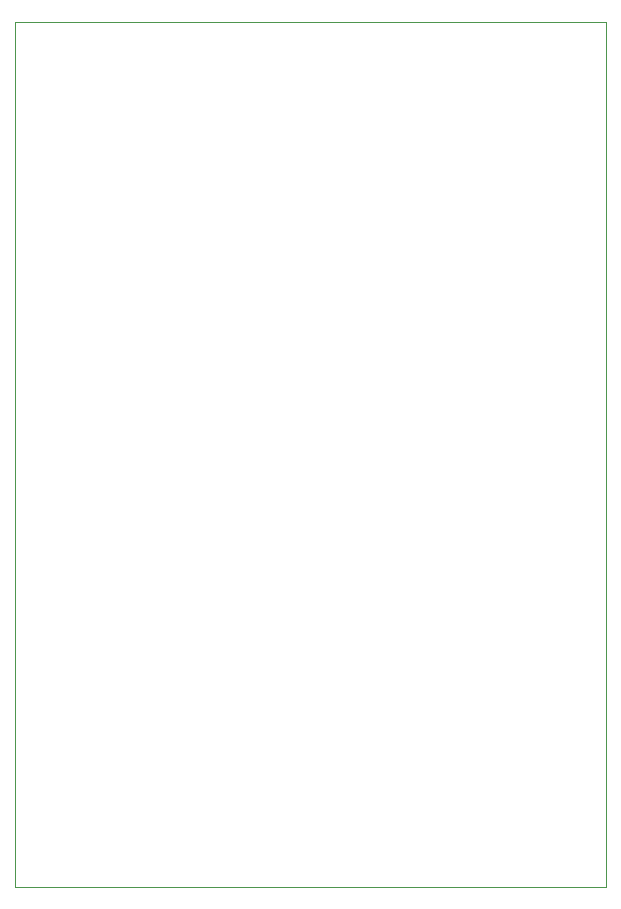
<source format=gm1>
G04 #@! TF.GenerationSoftware,KiCad,Pcbnew,9.0.4-9.0.4-0~ubuntu22.04.1*
G04 #@! TF.CreationDate,2025-10-19T11:48:27+01:00*
G04 #@! TF.ProjectId,CD40106_VCO,43443430-3130-4365-9f56-434f2e6b6963,rev?*
G04 #@! TF.SameCoordinates,Original*
G04 #@! TF.FileFunction,Profile,NP*
%FSLAX46Y46*%
G04 Gerber Fmt 4.6, Leading zero omitted, Abs format (unit mm)*
G04 Created by KiCad (PCBNEW 9.0.4-9.0.4-0~ubuntu22.04.1) date 2025-10-19 11:48:27*
%MOMM*%
%LPD*%
G01*
G04 APERTURE LIST*
G04 #@! TA.AperFunction,Profile*
%ADD10C,0.050000*%
G04 #@! TD*
G04 APERTURE END LIST*
D10*
X159000000Y-73250000D02*
X159000001Y-146500000D01*
X109000000Y-73250000D02*
X159000000Y-73250000D01*
X109000000Y-73250000D02*
X109000001Y-146500000D01*
X109000001Y-146500000D02*
X159000001Y-146500000D01*
M02*

</source>
